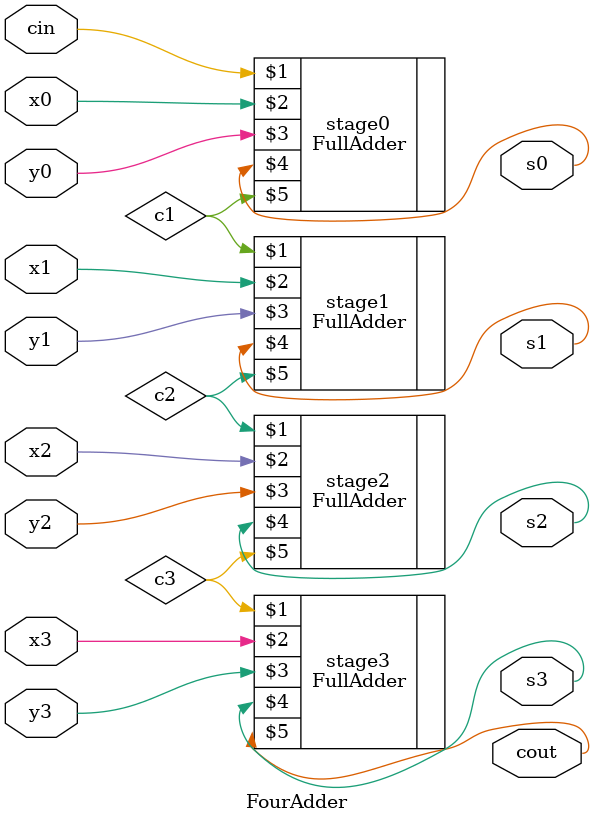
<source format=v>
`include "FullAdder.v"
module FourAdder (cin, x3, x2, x1, x0, y3, y2, y1, y0, s3, s2, s1, s0, cout);
input cin, x3, x2, x1, x0, y3, y2, y1, y0;
output s3, s2, s1, s0, cout;
FullAdder stage0 (cin, x0, y0, s0, c1);
FullAdder stage1 (c1, x1, y1, s1, c2);
FullAdder stage2 (c2, x2, y2, s2, c3);
FullAdder stage3 (c3, x3, y3, s3, cout);
endmodule

</source>
